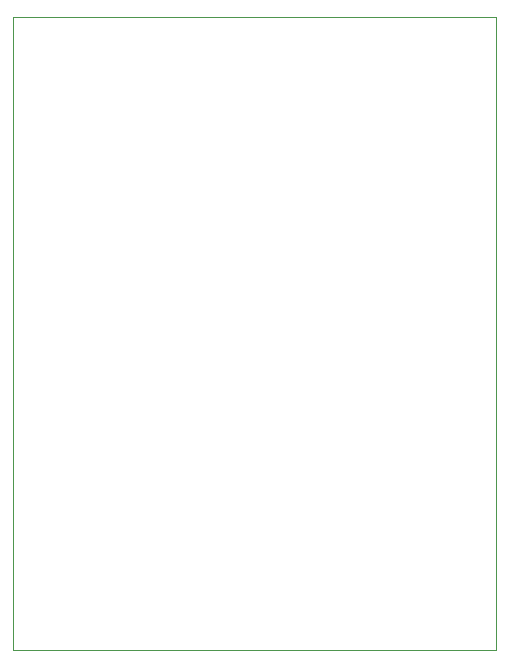
<source format=gm1>
%TF.GenerationSoftware,KiCad,Pcbnew,6.0.6-3a73a75311~116~ubuntu21.10.1*%
%TF.CreationDate,2022-12-30T19:01:55+10:00*%
%TF.ProjectId,SkyEcho2FlarmHat,536b7945-6368-46f3-9246-6c61726d4861,rev?*%
%TF.SameCoordinates,Original*%
%TF.FileFunction,Profile,NP*%
%FSLAX46Y46*%
G04 Gerber Fmt 4.6, Leading zero omitted, Abs format (unit mm)*
G04 Created by KiCad (PCBNEW 6.0.6-3a73a75311~116~ubuntu21.10.1) date 2022-12-30 19:01:55*
%MOMM*%
%LPD*%
G01*
G04 APERTURE LIST*
%TA.AperFunction,Profile*%
%ADD10C,0.100000*%
%TD*%
G04 APERTURE END LIST*
D10*
X72644000Y-23622000D02*
X113538000Y-23622000D01*
X113538000Y-23622000D02*
X113538000Y-77216000D01*
X113538000Y-77216000D02*
X72644000Y-77216000D01*
X72644000Y-77216000D02*
X72644000Y-23622000D01*
M02*

</source>
